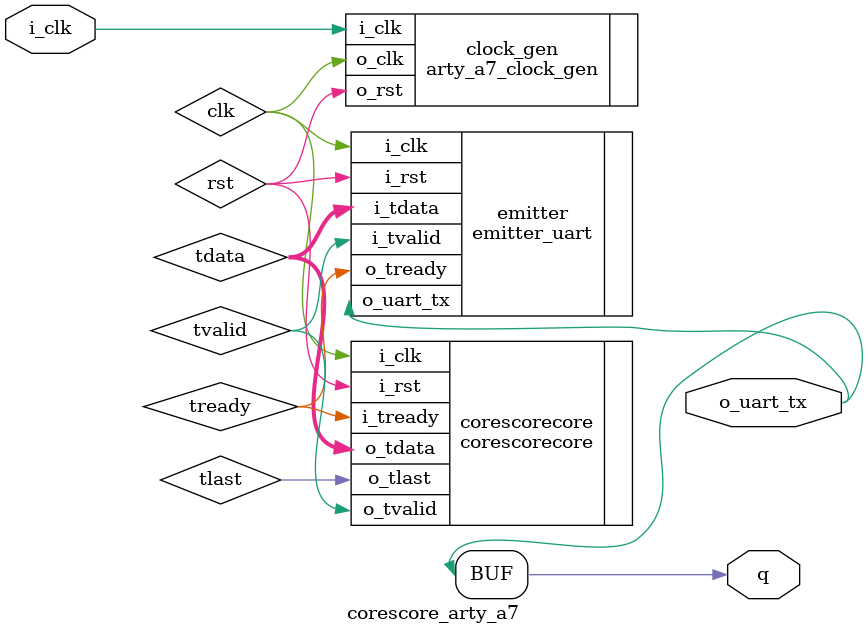
<source format=v>

`default_nettype none
module corescore_arty_a7
(
 input wire  i_clk,
 output wire q,
 output wire o_uart_tx);

   wire      clk;
   wire      rst;

   //Mirror UART output to LED
   assign q = o_uart_tx;

   arty_a7_clock_gen clock_gen
     (.i_clk (i_clk),
      .o_clk (clk),
      .o_rst (rst));

   wire [7:0]  tdata;
   wire        tlast;
   wire        tvalid;
   wire        tready;

   corescorecore corescorecore
     (.i_clk     (clk),
      .i_rst     (rst),
      .o_tdata   (tdata),
      .o_tlast   (tlast),
      .o_tvalid  (tvalid),
      .i_tready  (tready));

   emitter_uart emitter
     (.i_clk     (clk),
      .i_rst     (rst),
      .i_tdata   (tdata),
      .i_tvalid  (tvalid),
      .o_tready  (tready),
      .o_uart_tx (o_uart_tx));

endmodule

</source>
